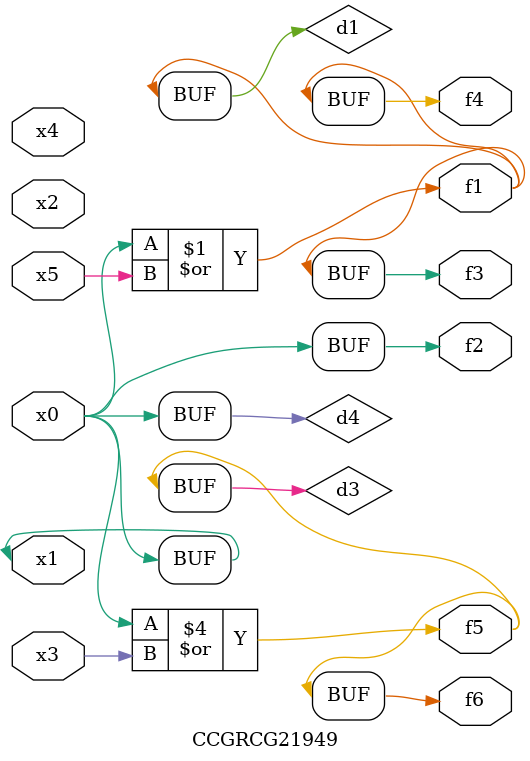
<source format=v>
module CCGRCG21949(
	input x0, x1, x2, x3, x4, x5,
	output f1, f2, f3, f4, f5, f6
);

	wire d1, d2, d3, d4;

	or (d1, x0, x5);
	xnor (d2, x1, x4);
	or (d3, x0, x3);
	buf (d4, x0, x1);
	assign f1 = d1;
	assign f2 = d4;
	assign f3 = d1;
	assign f4 = d1;
	assign f5 = d3;
	assign f6 = d3;
endmodule

</source>
